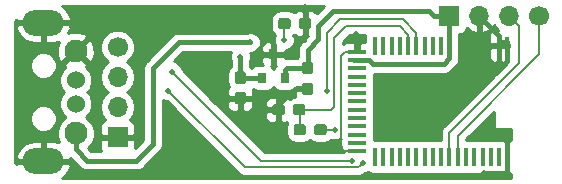
<source format=gtl>
G04 #@! TF.GenerationSoftware,KiCad,Pcbnew,(5.0.1)-3*
G04 #@! TF.CreationDate,2018-12-01T20:49:26+09:00*
G04 #@! TF.ProjectId,comet46,636F6D657434362E6B696361645F7063,rev?*
G04 #@! TF.SameCoordinates,PX2faf080PY2faf080*
G04 #@! TF.FileFunction,Copper,L1,Top,Signal*
G04 #@! TF.FilePolarity,Positive*
%FSLAX46Y46*%
G04 Gerber Fmt 4.6, Leading zero omitted, Abs format (unit mm)*
G04 Created by KiCad (PCBNEW (5.0.1)-3) date 2018/12/01 20:49:26*
%MOMM*%
%LPD*%
G01*
G04 APERTURE LIST*
G04 #@! TA.AperFunction,ComponentPad*
%ADD10R,1.700000X1.700000*%
G04 #@! TD*
G04 #@! TA.AperFunction,ComponentPad*
%ADD11O,1.700000X1.700000*%
G04 #@! TD*
G04 #@! TA.AperFunction,ComponentPad*
%ADD12C,1.700000*%
G04 #@! TD*
G04 #@! TA.AperFunction,SMDPad,CuDef*
%ADD13R,0.800000X0.900000*%
G04 #@! TD*
G04 #@! TA.AperFunction,SMDPad,CuDef*
%ADD14R,1.600000X0.400000*%
G04 #@! TD*
G04 #@! TA.AperFunction,SMDPad,CuDef*
%ADD15R,0.400000X1.600000*%
G04 #@! TD*
G04 #@! TA.AperFunction,Conductor*
%ADD16C,0.100000*%
G04 #@! TD*
G04 #@! TA.AperFunction,SMDPad,CuDef*
%ADD17C,0.950000*%
G04 #@! TD*
G04 #@! TA.AperFunction,ComponentPad*
%ADD18C,1.530000*%
G04 #@! TD*
G04 #@! TA.AperFunction,ComponentPad*
%ADD19C,1.930000*%
G04 #@! TD*
G04 #@! TA.AperFunction,ComponentPad*
%ADD20O,3.500000X2.200000*%
G04 #@! TD*
G04 #@! TA.AperFunction,ViaPad*
%ADD21C,0.500000*%
G04 #@! TD*
G04 #@! TA.AperFunction,Conductor*
%ADD22C,0.200000*%
G04 #@! TD*
G04 #@! TA.AperFunction,Conductor*
%ADD23C,0.400000*%
G04 #@! TD*
G04 #@! TA.AperFunction,Conductor*
%ADD24C,0.254000*%
G04 #@! TD*
G04 APERTURE END LIST*
D10*
G04 #@! TO.P,J2,1*
G04 #@! TO.N,+3V3*
X37480000Y-1600000D03*
D11*
G04 #@! TO.P,J2,2*
G04 #@! TO.N,GND*
X40020000Y-1600000D03*
G04 #@! TO.P,J2,3*
G04 #@! TO.N,/SWDIO*
X42560000Y-1600000D03*
D12*
G04 #@! TO.P,J2,4*
G04 #@! TO.N,/SWDCLK*
X45100000Y-1600000D03*
G04 #@! TD*
D13*
G04 #@! TO.P,U3,3*
G04 #@! TO.N,GND*
X22600000Y-4800000D03*
G04 #@! TO.P,U3,2*
G04 #@! TO.N,+3V3*
X23550000Y-6800000D03*
G04 #@! TO.P,U3,1*
G04 #@! TO.N,VCC*
X21650000Y-6800000D03*
G04 #@! TD*
D14*
G04 #@! TO.P,U1,15*
G04 #@! TO.N,Net-(U1-Pad15)*
X29700000Y-6000000D03*
D15*
G04 #@! TO.P,U1,1*
G04 #@! TO.N,GND*
X42400000Y-4100000D03*
G04 #@! TO.P,U1,2*
X41700000Y-4100000D03*
G04 #@! TO.P,U1,3*
G04 #@! TO.N,+3V3*
X37500000Y-4100000D03*
G04 #@! TO.P,U1,4*
G04 #@! TO.N,Net-(U1-Pad4)*
X36800000Y-4100000D03*
G04 #@! TO.P,U1,5*
G04 #@! TO.N,Net-(U1-Pad5)*
X36100000Y-4100000D03*
G04 #@! TO.P,U1,6*
G04 #@! TO.N,Net-(U1-Pad6)*
X35400000Y-4100000D03*
G04 #@! TO.P,U1,7*
G04 #@! TO.N,/RXI*
X34700000Y-4100000D03*
G04 #@! TO.P,U1,8*
G04 #@! TO.N,/TXO_DIV*
X34000000Y-4100000D03*
G04 #@! TO.P,U1,9*
G04 #@! TO.N,Net-(U1-Pad9)*
X33300000Y-4100000D03*
G04 #@! TO.P,U1,10*
G04 #@! TO.N,Net-(U1-Pad10)*
X32600000Y-4100000D03*
G04 #@! TO.P,U1,11*
G04 #@! TO.N,Net-(U1-Pad11)*
X31900000Y-4100000D03*
G04 #@! TO.P,U1,12*
G04 #@! TO.N,Net-(U1-Pad12)*
X31200000Y-4100000D03*
D14*
G04 #@! TO.P,U1,13*
G04 #@! TO.N,GND*
X29700000Y-4600000D03*
G04 #@! TO.P,U1,14*
G04 #@! TO.N,+3V3*
X29700000Y-5300000D03*
G04 #@! TO.P,U1,16*
G04 #@! TO.N,Net-(U1-Pad16)*
X29700000Y-6700000D03*
G04 #@! TO.P,U1,17*
G04 #@! TO.N,Net-(U1-Pad17)*
X29700000Y-7400000D03*
G04 #@! TO.P,U1,18*
G04 #@! TO.N,Net-(U1-Pad18)*
X29700000Y-8100000D03*
G04 #@! TO.P,U1,19*
G04 #@! TO.N,Net-(U1-Pad19)*
X29700000Y-8800000D03*
G04 #@! TO.P,U1,20*
G04 #@! TO.N,Net-(U1-Pad20)*
X29700000Y-9500000D03*
G04 #@! TO.P,U1,21*
G04 #@! TO.N,Net-(U1-Pad21)*
X29700000Y-10200000D03*
G04 #@! TO.P,U1,22*
G04 #@! TO.N,Net-(U1-Pad22)*
X29700000Y-10900000D03*
G04 #@! TO.P,U1,23*
G04 #@! TO.N,Net-(U1-Pad23)*
X29700000Y-11600000D03*
G04 #@! TO.P,U1,24*
G04 #@! TO.N,Net-(U1-Pad24)*
X29700000Y-12300000D03*
G04 #@! TO.P,U1,25*
G04 #@! TO.N,GND*
X29700000Y-13000000D03*
D15*
G04 #@! TO.P,U1,26*
G04 #@! TO.N,Net-(U1-Pad26)*
X31200000Y-13500000D03*
G04 #@! TO.P,U1,27*
G04 #@! TO.N,Net-(U1-Pad27)*
X31900000Y-13500000D03*
G04 #@! TO.P,U1,28*
G04 #@! TO.N,Net-(U1-Pad28)*
X32600000Y-13500000D03*
G04 #@! TO.P,U1,29*
G04 #@! TO.N,Net-(U1-Pad29)*
X33300000Y-13500000D03*
G04 #@! TO.P,U1,30*
G04 #@! TO.N,Net-(U1-Pad30)*
X34000000Y-13500000D03*
G04 #@! TO.P,U1,31*
G04 #@! TO.N,Net-(U1-Pad31)*
X34700000Y-13500000D03*
G04 #@! TO.P,U1,32*
G04 #@! TO.N,Net-(U1-Pad32)*
X35400000Y-13500000D03*
G04 #@! TO.P,U1,33*
G04 #@! TO.N,Net-(U1-Pad33)*
X36100000Y-13500000D03*
G04 #@! TO.P,U1,34*
G04 #@! TO.N,Net-(U1-Pad34)*
X36800000Y-13500000D03*
G04 #@! TO.P,U1,35*
G04 #@! TO.N,/SWDIO*
X37500000Y-13500000D03*
G04 #@! TO.P,U1,36*
G04 #@! TO.N,/SWDCLK*
X38200000Y-13500000D03*
G04 #@! TO.P,U1,37*
G04 #@! TO.N,Net-(U1-Pad37)*
X38900000Y-13500000D03*
G04 #@! TO.P,U1,38*
G04 #@! TO.N,Net-(U1-Pad38)*
X39600000Y-13500000D03*
G04 #@! TO.P,U1,39*
G04 #@! TO.N,Net-(U1-Pad39)*
X40300000Y-13500000D03*
G04 #@! TO.P,U1,40*
G04 #@! TO.N,Net-(U1-Pad40)*
X41000000Y-13500000D03*
G04 #@! TO.P,U1,41*
G04 #@! TO.N,Net-(U1-Pad41)*
X41700000Y-13500000D03*
G04 #@! TO.P,U1,42*
G04 #@! TO.N,GND*
X42400000Y-13500000D03*
G04 #@! TD*
D16*
G04 #@! TO.N,/TXO*
G04 #@! TO.C,R2*
G36*
X26885779Y-10726144D02*
X26908834Y-10729563D01*
X26931443Y-10735227D01*
X26953387Y-10743079D01*
X26974457Y-10753044D01*
X26994448Y-10765026D01*
X27013168Y-10778910D01*
X27030438Y-10794562D01*
X27046090Y-10811832D01*
X27059974Y-10830552D01*
X27071956Y-10850543D01*
X27081921Y-10871613D01*
X27089773Y-10893557D01*
X27095437Y-10916166D01*
X27098856Y-10939221D01*
X27100000Y-10962500D01*
X27100000Y-11437500D01*
X27098856Y-11460779D01*
X27095437Y-11483834D01*
X27089773Y-11506443D01*
X27081921Y-11528387D01*
X27071956Y-11549457D01*
X27059974Y-11569448D01*
X27046090Y-11588168D01*
X27030438Y-11605438D01*
X27013168Y-11621090D01*
X26994448Y-11634974D01*
X26974457Y-11646956D01*
X26953387Y-11656921D01*
X26931443Y-11664773D01*
X26908834Y-11670437D01*
X26885779Y-11673856D01*
X26862500Y-11675000D01*
X26287500Y-11675000D01*
X26264221Y-11673856D01*
X26241166Y-11670437D01*
X26218557Y-11664773D01*
X26196613Y-11656921D01*
X26175543Y-11646956D01*
X26155552Y-11634974D01*
X26136832Y-11621090D01*
X26119562Y-11605438D01*
X26103910Y-11588168D01*
X26090026Y-11569448D01*
X26078044Y-11549457D01*
X26068079Y-11528387D01*
X26060227Y-11506443D01*
X26054563Y-11483834D01*
X26051144Y-11460779D01*
X26050000Y-11437500D01*
X26050000Y-10962500D01*
X26051144Y-10939221D01*
X26054563Y-10916166D01*
X26060227Y-10893557D01*
X26068079Y-10871613D01*
X26078044Y-10850543D01*
X26090026Y-10830552D01*
X26103910Y-10811832D01*
X26119562Y-10794562D01*
X26136832Y-10778910D01*
X26155552Y-10765026D01*
X26175543Y-10753044D01*
X26196613Y-10743079D01*
X26218557Y-10735227D01*
X26241166Y-10729563D01*
X26264221Y-10726144D01*
X26287500Y-10725000D01*
X26862500Y-10725000D01*
X26885779Y-10726144D01*
X26885779Y-10726144D01*
G37*
D17*
G04 #@! TD*
G04 #@! TO.P,R2,2*
G04 #@! TO.N,/TXO*
X26575000Y-11200000D03*
D16*
G04 #@! TO.N,/TXO_DIV*
G04 #@! TO.C,R2*
G36*
X25135779Y-10726144D02*
X25158834Y-10729563D01*
X25181443Y-10735227D01*
X25203387Y-10743079D01*
X25224457Y-10753044D01*
X25244448Y-10765026D01*
X25263168Y-10778910D01*
X25280438Y-10794562D01*
X25296090Y-10811832D01*
X25309974Y-10830552D01*
X25321956Y-10850543D01*
X25331921Y-10871613D01*
X25339773Y-10893557D01*
X25345437Y-10916166D01*
X25348856Y-10939221D01*
X25350000Y-10962500D01*
X25350000Y-11437500D01*
X25348856Y-11460779D01*
X25345437Y-11483834D01*
X25339773Y-11506443D01*
X25331921Y-11528387D01*
X25321956Y-11549457D01*
X25309974Y-11569448D01*
X25296090Y-11588168D01*
X25280438Y-11605438D01*
X25263168Y-11621090D01*
X25244448Y-11634974D01*
X25224457Y-11646956D01*
X25203387Y-11656921D01*
X25181443Y-11664773D01*
X25158834Y-11670437D01*
X25135779Y-11673856D01*
X25112500Y-11675000D01*
X24537500Y-11675000D01*
X24514221Y-11673856D01*
X24491166Y-11670437D01*
X24468557Y-11664773D01*
X24446613Y-11656921D01*
X24425543Y-11646956D01*
X24405552Y-11634974D01*
X24386832Y-11621090D01*
X24369562Y-11605438D01*
X24353910Y-11588168D01*
X24340026Y-11569448D01*
X24328044Y-11549457D01*
X24318079Y-11528387D01*
X24310227Y-11506443D01*
X24304563Y-11483834D01*
X24301144Y-11460779D01*
X24300000Y-11437500D01*
X24300000Y-10962500D01*
X24301144Y-10939221D01*
X24304563Y-10916166D01*
X24310227Y-10893557D01*
X24318079Y-10871613D01*
X24328044Y-10850543D01*
X24340026Y-10830552D01*
X24353910Y-10811832D01*
X24369562Y-10794562D01*
X24386832Y-10778910D01*
X24405552Y-10765026D01*
X24425543Y-10753044D01*
X24446613Y-10743079D01*
X24468557Y-10735227D01*
X24491166Y-10729563D01*
X24514221Y-10726144D01*
X24537500Y-10725000D01*
X25112500Y-10725000D01*
X25135779Y-10726144D01*
X25135779Y-10726144D01*
G37*
D17*
G04 #@! TD*
G04 #@! TO.P,R2,1*
G04 #@! TO.N,/TXO_DIV*
X24825000Y-11200000D03*
D16*
G04 #@! TO.N,Net-(C3-Pad1)*
G04 #@! TO.C,C3*
G36*
X23835779Y-1726144D02*
X23858834Y-1729563D01*
X23881443Y-1735227D01*
X23903387Y-1743079D01*
X23924457Y-1753044D01*
X23944448Y-1765026D01*
X23963168Y-1778910D01*
X23980438Y-1794562D01*
X23996090Y-1811832D01*
X24009974Y-1830552D01*
X24021956Y-1850543D01*
X24031921Y-1871613D01*
X24039773Y-1893557D01*
X24045437Y-1916166D01*
X24048856Y-1939221D01*
X24050000Y-1962500D01*
X24050000Y-2437500D01*
X24048856Y-2460779D01*
X24045437Y-2483834D01*
X24039773Y-2506443D01*
X24031921Y-2528387D01*
X24021956Y-2549457D01*
X24009974Y-2569448D01*
X23996090Y-2588168D01*
X23980438Y-2605438D01*
X23963168Y-2621090D01*
X23944448Y-2634974D01*
X23924457Y-2646956D01*
X23903387Y-2656921D01*
X23881443Y-2664773D01*
X23858834Y-2670437D01*
X23835779Y-2673856D01*
X23812500Y-2675000D01*
X23237500Y-2675000D01*
X23214221Y-2673856D01*
X23191166Y-2670437D01*
X23168557Y-2664773D01*
X23146613Y-2656921D01*
X23125543Y-2646956D01*
X23105552Y-2634974D01*
X23086832Y-2621090D01*
X23069562Y-2605438D01*
X23053910Y-2588168D01*
X23040026Y-2569448D01*
X23028044Y-2549457D01*
X23018079Y-2528387D01*
X23010227Y-2506443D01*
X23004563Y-2483834D01*
X23001144Y-2460779D01*
X23000000Y-2437500D01*
X23000000Y-1962500D01*
X23001144Y-1939221D01*
X23004563Y-1916166D01*
X23010227Y-1893557D01*
X23018079Y-1871613D01*
X23028044Y-1850543D01*
X23040026Y-1830552D01*
X23053910Y-1811832D01*
X23069562Y-1794562D01*
X23086832Y-1778910D01*
X23105552Y-1765026D01*
X23125543Y-1753044D01*
X23146613Y-1743079D01*
X23168557Y-1735227D01*
X23191166Y-1729563D01*
X23214221Y-1726144D01*
X23237500Y-1725000D01*
X23812500Y-1725000D01*
X23835779Y-1726144D01*
X23835779Y-1726144D01*
G37*
D17*
G04 #@! TD*
G04 #@! TO.P,C3,1*
G04 #@! TO.N,Net-(C3-Pad1)*
X23525000Y-2200000D03*
D16*
G04 #@! TO.N,GND*
G04 #@! TO.C,C3*
G36*
X25585779Y-1726144D02*
X25608834Y-1729563D01*
X25631443Y-1735227D01*
X25653387Y-1743079D01*
X25674457Y-1753044D01*
X25694448Y-1765026D01*
X25713168Y-1778910D01*
X25730438Y-1794562D01*
X25746090Y-1811832D01*
X25759974Y-1830552D01*
X25771956Y-1850543D01*
X25781921Y-1871613D01*
X25789773Y-1893557D01*
X25795437Y-1916166D01*
X25798856Y-1939221D01*
X25800000Y-1962500D01*
X25800000Y-2437500D01*
X25798856Y-2460779D01*
X25795437Y-2483834D01*
X25789773Y-2506443D01*
X25781921Y-2528387D01*
X25771956Y-2549457D01*
X25759974Y-2569448D01*
X25746090Y-2588168D01*
X25730438Y-2605438D01*
X25713168Y-2621090D01*
X25694448Y-2634974D01*
X25674457Y-2646956D01*
X25653387Y-2656921D01*
X25631443Y-2664773D01*
X25608834Y-2670437D01*
X25585779Y-2673856D01*
X25562500Y-2675000D01*
X24987500Y-2675000D01*
X24964221Y-2673856D01*
X24941166Y-2670437D01*
X24918557Y-2664773D01*
X24896613Y-2656921D01*
X24875543Y-2646956D01*
X24855552Y-2634974D01*
X24836832Y-2621090D01*
X24819562Y-2605438D01*
X24803910Y-2588168D01*
X24790026Y-2569448D01*
X24778044Y-2549457D01*
X24768079Y-2528387D01*
X24760227Y-2506443D01*
X24754563Y-2483834D01*
X24751144Y-2460779D01*
X24750000Y-2437500D01*
X24750000Y-1962500D01*
X24751144Y-1939221D01*
X24754563Y-1916166D01*
X24760227Y-1893557D01*
X24768079Y-1871613D01*
X24778044Y-1850543D01*
X24790026Y-1830552D01*
X24803910Y-1811832D01*
X24819562Y-1794562D01*
X24836832Y-1778910D01*
X24855552Y-1765026D01*
X24875543Y-1753044D01*
X24896613Y-1743079D01*
X24918557Y-1735227D01*
X24941166Y-1729563D01*
X24964221Y-1726144D01*
X24987500Y-1725000D01*
X25562500Y-1725000D01*
X25585779Y-1726144D01*
X25585779Y-1726144D01*
G37*
D17*
G04 #@! TD*
G04 #@! TO.P,C3,2*
G04 #@! TO.N,GND*
X25275000Y-2200000D03*
D16*
G04 #@! TO.N,GND*
G04 #@! TO.C,C4*
G36*
X20060779Y-8001144D02*
X20083834Y-8004563D01*
X20106443Y-8010227D01*
X20128387Y-8018079D01*
X20149457Y-8028044D01*
X20169448Y-8040026D01*
X20188168Y-8053910D01*
X20205438Y-8069562D01*
X20221090Y-8086832D01*
X20234974Y-8105552D01*
X20246956Y-8125543D01*
X20256921Y-8146613D01*
X20264773Y-8168557D01*
X20270437Y-8191166D01*
X20273856Y-8214221D01*
X20275000Y-8237500D01*
X20275000Y-8812500D01*
X20273856Y-8835779D01*
X20270437Y-8858834D01*
X20264773Y-8881443D01*
X20256921Y-8903387D01*
X20246956Y-8924457D01*
X20234974Y-8944448D01*
X20221090Y-8963168D01*
X20205438Y-8980438D01*
X20188168Y-8996090D01*
X20169448Y-9009974D01*
X20149457Y-9021956D01*
X20128387Y-9031921D01*
X20106443Y-9039773D01*
X20083834Y-9045437D01*
X20060779Y-9048856D01*
X20037500Y-9050000D01*
X19562500Y-9050000D01*
X19539221Y-9048856D01*
X19516166Y-9045437D01*
X19493557Y-9039773D01*
X19471613Y-9031921D01*
X19450543Y-9021956D01*
X19430552Y-9009974D01*
X19411832Y-8996090D01*
X19394562Y-8980438D01*
X19378910Y-8963168D01*
X19365026Y-8944448D01*
X19353044Y-8924457D01*
X19343079Y-8903387D01*
X19335227Y-8881443D01*
X19329563Y-8858834D01*
X19326144Y-8835779D01*
X19325000Y-8812500D01*
X19325000Y-8237500D01*
X19326144Y-8214221D01*
X19329563Y-8191166D01*
X19335227Y-8168557D01*
X19343079Y-8146613D01*
X19353044Y-8125543D01*
X19365026Y-8105552D01*
X19378910Y-8086832D01*
X19394562Y-8069562D01*
X19411832Y-8053910D01*
X19430552Y-8040026D01*
X19450543Y-8028044D01*
X19471613Y-8018079D01*
X19493557Y-8010227D01*
X19516166Y-8004563D01*
X19539221Y-8001144D01*
X19562500Y-8000000D01*
X20037500Y-8000000D01*
X20060779Y-8001144D01*
X20060779Y-8001144D01*
G37*
D17*
G04 #@! TD*
G04 #@! TO.P,C4,1*
G04 #@! TO.N,GND*
X19800000Y-8525000D03*
D16*
G04 #@! TO.N,VCC*
G04 #@! TO.C,C4*
G36*
X20060779Y-6251144D02*
X20083834Y-6254563D01*
X20106443Y-6260227D01*
X20128387Y-6268079D01*
X20149457Y-6278044D01*
X20169448Y-6290026D01*
X20188168Y-6303910D01*
X20205438Y-6319562D01*
X20221090Y-6336832D01*
X20234974Y-6355552D01*
X20246956Y-6375543D01*
X20256921Y-6396613D01*
X20264773Y-6418557D01*
X20270437Y-6441166D01*
X20273856Y-6464221D01*
X20275000Y-6487500D01*
X20275000Y-7062500D01*
X20273856Y-7085779D01*
X20270437Y-7108834D01*
X20264773Y-7131443D01*
X20256921Y-7153387D01*
X20246956Y-7174457D01*
X20234974Y-7194448D01*
X20221090Y-7213168D01*
X20205438Y-7230438D01*
X20188168Y-7246090D01*
X20169448Y-7259974D01*
X20149457Y-7271956D01*
X20128387Y-7281921D01*
X20106443Y-7289773D01*
X20083834Y-7295437D01*
X20060779Y-7298856D01*
X20037500Y-7300000D01*
X19562500Y-7300000D01*
X19539221Y-7298856D01*
X19516166Y-7295437D01*
X19493557Y-7289773D01*
X19471613Y-7281921D01*
X19450543Y-7271956D01*
X19430552Y-7259974D01*
X19411832Y-7246090D01*
X19394562Y-7230438D01*
X19378910Y-7213168D01*
X19365026Y-7194448D01*
X19353044Y-7174457D01*
X19343079Y-7153387D01*
X19335227Y-7131443D01*
X19329563Y-7108834D01*
X19326144Y-7085779D01*
X19325000Y-7062500D01*
X19325000Y-6487500D01*
X19326144Y-6464221D01*
X19329563Y-6441166D01*
X19335227Y-6418557D01*
X19343079Y-6396613D01*
X19353044Y-6375543D01*
X19365026Y-6355552D01*
X19378910Y-6336832D01*
X19394562Y-6319562D01*
X19411832Y-6303910D01*
X19430552Y-6290026D01*
X19450543Y-6278044D01*
X19471613Y-6268079D01*
X19493557Y-6260227D01*
X19516166Y-6254563D01*
X19539221Y-6251144D01*
X19562500Y-6250000D01*
X20037500Y-6250000D01*
X20060779Y-6251144D01*
X20060779Y-6251144D01*
G37*
D17*
G04 #@! TD*
G04 #@! TO.P,C4,2*
G04 #@! TO.N,VCC*
X19800000Y-6775000D03*
D16*
G04 #@! TO.N,GND*
G04 #@! TO.C,C5*
G36*
X25760779Y-7201144D02*
X25783834Y-7204563D01*
X25806443Y-7210227D01*
X25828387Y-7218079D01*
X25849457Y-7228044D01*
X25869448Y-7240026D01*
X25888168Y-7253910D01*
X25905438Y-7269562D01*
X25921090Y-7286832D01*
X25934974Y-7305552D01*
X25946956Y-7325543D01*
X25956921Y-7346613D01*
X25964773Y-7368557D01*
X25970437Y-7391166D01*
X25973856Y-7414221D01*
X25975000Y-7437500D01*
X25975000Y-8012500D01*
X25973856Y-8035779D01*
X25970437Y-8058834D01*
X25964773Y-8081443D01*
X25956921Y-8103387D01*
X25946956Y-8124457D01*
X25934974Y-8144448D01*
X25921090Y-8163168D01*
X25905438Y-8180438D01*
X25888168Y-8196090D01*
X25869448Y-8209974D01*
X25849457Y-8221956D01*
X25828387Y-8231921D01*
X25806443Y-8239773D01*
X25783834Y-8245437D01*
X25760779Y-8248856D01*
X25737500Y-8250000D01*
X25262500Y-8250000D01*
X25239221Y-8248856D01*
X25216166Y-8245437D01*
X25193557Y-8239773D01*
X25171613Y-8231921D01*
X25150543Y-8221956D01*
X25130552Y-8209974D01*
X25111832Y-8196090D01*
X25094562Y-8180438D01*
X25078910Y-8163168D01*
X25065026Y-8144448D01*
X25053044Y-8124457D01*
X25043079Y-8103387D01*
X25035227Y-8081443D01*
X25029563Y-8058834D01*
X25026144Y-8035779D01*
X25025000Y-8012500D01*
X25025000Y-7437500D01*
X25026144Y-7414221D01*
X25029563Y-7391166D01*
X25035227Y-7368557D01*
X25043079Y-7346613D01*
X25053044Y-7325543D01*
X25065026Y-7305552D01*
X25078910Y-7286832D01*
X25094562Y-7269562D01*
X25111832Y-7253910D01*
X25130552Y-7240026D01*
X25150543Y-7228044D01*
X25171613Y-7218079D01*
X25193557Y-7210227D01*
X25216166Y-7204563D01*
X25239221Y-7201144D01*
X25262500Y-7200000D01*
X25737500Y-7200000D01*
X25760779Y-7201144D01*
X25760779Y-7201144D01*
G37*
D17*
G04 #@! TD*
G04 #@! TO.P,C5,1*
G04 #@! TO.N,GND*
X25500000Y-7725000D03*
D16*
G04 #@! TO.N,+3V3*
G04 #@! TO.C,C5*
G36*
X25760779Y-5451144D02*
X25783834Y-5454563D01*
X25806443Y-5460227D01*
X25828387Y-5468079D01*
X25849457Y-5478044D01*
X25869448Y-5490026D01*
X25888168Y-5503910D01*
X25905438Y-5519562D01*
X25921090Y-5536832D01*
X25934974Y-5555552D01*
X25946956Y-5575543D01*
X25956921Y-5596613D01*
X25964773Y-5618557D01*
X25970437Y-5641166D01*
X25973856Y-5664221D01*
X25975000Y-5687500D01*
X25975000Y-6262500D01*
X25973856Y-6285779D01*
X25970437Y-6308834D01*
X25964773Y-6331443D01*
X25956921Y-6353387D01*
X25946956Y-6374457D01*
X25934974Y-6394448D01*
X25921090Y-6413168D01*
X25905438Y-6430438D01*
X25888168Y-6446090D01*
X25869448Y-6459974D01*
X25849457Y-6471956D01*
X25828387Y-6481921D01*
X25806443Y-6489773D01*
X25783834Y-6495437D01*
X25760779Y-6498856D01*
X25737500Y-6500000D01*
X25262500Y-6500000D01*
X25239221Y-6498856D01*
X25216166Y-6495437D01*
X25193557Y-6489773D01*
X25171613Y-6481921D01*
X25150543Y-6471956D01*
X25130552Y-6459974D01*
X25111832Y-6446090D01*
X25094562Y-6430438D01*
X25078910Y-6413168D01*
X25065026Y-6394448D01*
X25053044Y-6374457D01*
X25043079Y-6353387D01*
X25035227Y-6331443D01*
X25029563Y-6308834D01*
X25026144Y-6285779D01*
X25025000Y-6262500D01*
X25025000Y-5687500D01*
X25026144Y-5664221D01*
X25029563Y-5641166D01*
X25035227Y-5618557D01*
X25043079Y-5596613D01*
X25053044Y-5575543D01*
X25065026Y-5555552D01*
X25078910Y-5536832D01*
X25094562Y-5519562D01*
X25111832Y-5503910D01*
X25130552Y-5490026D01*
X25150543Y-5478044D01*
X25171613Y-5468079D01*
X25193557Y-5460227D01*
X25216166Y-5454563D01*
X25239221Y-5451144D01*
X25262500Y-5450000D01*
X25737500Y-5450000D01*
X25760779Y-5451144D01*
X25760779Y-5451144D01*
G37*
D17*
G04 #@! TD*
G04 #@! TO.P,C5,2*
G04 #@! TO.N,+3V3*
X25500000Y-5975000D03*
D10*
G04 #@! TO.P,J3,1*
G04 #@! TO.N,GND*
X9400000Y-11820000D03*
D11*
G04 #@! TO.P,J3,2*
G04 #@! TO.N,VCC*
X9400000Y-9280000D03*
G04 #@! TO.P,J3,3*
G04 #@! TO.N,/SCL*
X9400000Y-6740000D03*
D12*
G04 #@! TO.P,J3,4*
G04 #@! TO.N,/SDA*
X9400000Y-4200000D03*
G04 #@! TD*
D18*
G04 #@! TO.P,J1,2*
G04 #@! TO.N,Net-(J1-Pad2)*
X5850000Y-9000000D03*
G04 #@! TO.P,J1,3*
G04 #@! TO.N,Net-(J1-Pad3)*
X5850000Y-7000000D03*
D19*
G04 #@! TO.P,J1,1*
G04 #@! TO.N,/UVCC*
X5850000Y-11500000D03*
G04 #@! TO.P,J1,4*
G04 #@! TO.N,GND*
X5850000Y-4500000D03*
D20*
G04 #@! TO.P,J1,5*
X3100000Y-13850000D03*
X3100000Y-2150000D03*
G04 #@! TD*
D16*
G04 #@! TO.N,/TXO_DIV*
G04 #@! TO.C,R3*
G36*
X25085779Y-9026144D02*
X25108834Y-9029563D01*
X25131443Y-9035227D01*
X25153387Y-9043079D01*
X25174457Y-9053044D01*
X25194448Y-9065026D01*
X25213168Y-9078910D01*
X25230438Y-9094562D01*
X25246090Y-9111832D01*
X25259974Y-9130552D01*
X25271956Y-9150543D01*
X25281921Y-9171613D01*
X25289773Y-9193557D01*
X25295437Y-9216166D01*
X25298856Y-9239221D01*
X25300000Y-9262500D01*
X25300000Y-9737500D01*
X25298856Y-9760779D01*
X25295437Y-9783834D01*
X25289773Y-9806443D01*
X25281921Y-9828387D01*
X25271956Y-9849457D01*
X25259974Y-9869448D01*
X25246090Y-9888168D01*
X25230438Y-9905438D01*
X25213168Y-9921090D01*
X25194448Y-9934974D01*
X25174457Y-9946956D01*
X25153387Y-9956921D01*
X25131443Y-9964773D01*
X25108834Y-9970437D01*
X25085779Y-9973856D01*
X25062500Y-9975000D01*
X24487500Y-9975000D01*
X24464221Y-9973856D01*
X24441166Y-9970437D01*
X24418557Y-9964773D01*
X24396613Y-9956921D01*
X24375543Y-9946956D01*
X24355552Y-9934974D01*
X24336832Y-9921090D01*
X24319562Y-9905438D01*
X24303910Y-9888168D01*
X24290026Y-9869448D01*
X24278044Y-9849457D01*
X24268079Y-9828387D01*
X24260227Y-9806443D01*
X24254563Y-9783834D01*
X24251144Y-9760779D01*
X24250000Y-9737500D01*
X24250000Y-9262500D01*
X24251144Y-9239221D01*
X24254563Y-9216166D01*
X24260227Y-9193557D01*
X24268079Y-9171613D01*
X24278044Y-9150543D01*
X24290026Y-9130552D01*
X24303910Y-9111832D01*
X24319562Y-9094562D01*
X24336832Y-9078910D01*
X24355552Y-9065026D01*
X24375543Y-9053044D01*
X24396613Y-9043079D01*
X24418557Y-9035227D01*
X24441166Y-9029563D01*
X24464221Y-9026144D01*
X24487500Y-9025000D01*
X25062500Y-9025000D01*
X25085779Y-9026144D01*
X25085779Y-9026144D01*
G37*
D17*
G04 #@! TD*
G04 #@! TO.P,R3,1*
G04 #@! TO.N,/TXO_DIV*
X24775000Y-9500000D03*
D16*
G04 #@! TO.N,GND*
G04 #@! TO.C,R3*
G36*
X23335779Y-9026144D02*
X23358834Y-9029563D01*
X23381443Y-9035227D01*
X23403387Y-9043079D01*
X23424457Y-9053044D01*
X23444448Y-9065026D01*
X23463168Y-9078910D01*
X23480438Y-9094562D01*
X23496090Y-9111832D01*
X23509974Y-9130552D01*
X23521956Y-9150543D01*
X23531921Y-9171613D01*
X23539773Y-9193557D01*
X23545437Y-9216166D01*
X23548856Y-9239221D01*
X23550000Y-9262500D01*
X23550000Y-9737500D01*
X23548856Y-9760779D01*
X23545437Y-9783834D01*
X23539773Y-9806443D01*
X23531921Y-9828387D01*
X23521956Y-9849457D01*
X23509974Y-9869448D01*
X23496090Y-9888168D01*
X23480438Y-9905438D01*
X23463168Y-9921090D01*
X23444448Y-9934974D01*
X23424457Y-9946956D01*
X23403387Y-9956921D01*
X23381443Y-9964773D01*
X23358834Y-9970437D01*
X23335779Y-9973856D01*
X23312500Y-9975000D01*
X22737500Y-9975000D01*
X22714221Y-9973856D01*
X22691166Y-9970437D01*
X22668557Y-9964773D01*
X22646613Y-9956921D01*
X22625543Y-9946956D01*
X22605552Y-9934974D01*
X22586832Y-9921090D01*
X22569562Y-9905438D01*
X22553910Y-9888168D01*
X22540026Y-9869448D01*
X22528044Y-9849457D01*
X22518079Y-9828387D01*
X22510227Y-9806443D01*
X22504563Y-9783834D01*
X22501144Y-9760779D01*
X22500000Y-9737500D01*
X22500000Y-9262500D01*
X22501144Y-9239221D01*
X22504563Y-9216166D01*
X22510227Y-9193557D01*
X22518079Y-9171613D01*
X22528044Y-9150543D01*
X22540026Y-9130552D01*
X22553910Y-9111832D01*
X22569562Y-9094562D01*
X22586832Y-9078910D01*
X22605552Y-9065026D01*
X22625543Y-9053044D01*
X22646613Y-9043079D01*
X22668557Y-9035227D01*
X22691166Y-9029563D01*
X22714221Y-9026144D01*
X22737500Y-9025000D01*
X23312500Y-9025000D01*
X23335779Y-9026144D01*
X23335779Y-9026144D01*
G37*
D17*
G04 #@! TD*
G04 #@! TO.P,R3,2*
G04 #@! TO.N,GND*
X23025000Y-9500000D03*
D21*
G04 #@! TO.N,GND*
X27500000Y-12300000D03*
X14000000Y-15100000D03*
X14000000Y-15100000D03*
X14000000Y-10700000D03*
X25300000Y-800000D03*
X40450000Y-14900000D03*
X40500000Y-11200000D03*
X32200000Y-8200000D03*
X17800000Y-13875000D03*
X32400000Y-11600000D03*
X39800000Y-5600004D03*
X25200114Y-3600000D03*
X29600022Y-3049978D03*
X19800000Y-9600000D03*
G04 #@! TO.N,VCC*
X19800006Y-5000000D03*
G04 #@! TO.N,/TXO*
X27800000Y-11200000D03*
G04 #@! TO.N,/RXI*
X27100000Y-7950000D03*
G04 #@! TO.N,/SCL*
X13700000Y-7900000D03*
X30150000Y-14000000D03*
G04 #@! TO.N,/SDA*
X29250000Y-13799990D03*
X14050000Y-6300000D03*
G04 #@! TO.N,/UVCC*
X20650000Y-3800000D03*
G04 #@! TO.N,Net-(C3-Pad1)*
X23500000Y-3600000D03*
G04 #@! TD*
D22*
G04 #@! TO.N,GND*
X27500000Y-12653553D02*
X27846447Y-13000000D01*
X27500000Y-12300000D02*
X27500000Y-12653553D01*
X27846447Y-13000000D02*
X28500000Y-13000000D01*
X28500000Y-13000000D02*
X29400000Y-13000000D01*
X14000000Y-15100000D02*
X14000000Y-10700000D01*
X25275000Y-2200000D02*
X25275000Y-825000D01*
X25275000Y-825000D02*
X25300000Y-800000D01*
D23*
X42400000Y-13800000D02*
X42400000Y-14800000D01*
X42300000Y-14900000D02*
X40450000Y-14900000D01*
X42400000Y-14800000D02*
X42300000Y-14900000D01*
X42200000Y-11200000D02*
X40500000Y-11200000D01*
X42400000Y-13800000D02*
X42400000Y-11400000D01*
X42400000Y-11400000D02*
X42200000Y-11200000D01*
X42400000Y-3800000D02*
X41700000Y-3800000D01*
X32200000Y-11400000D02*
X32400000Y-11600000D01*
X32200000Y-8200000D02*
X32200000Y-11400000D01*
X41700000Y-3280000D02*
X41700000Y-3800000D01*
X40020000Y-1600000D02*
X41700000Y-3280000D01*
X41700000Y-3800000D02*
X41700000Y-5650000D01*
X41650004Y-5600004D02*
X39800000Y-5600004D01*
X41700000Y-5650000D02*
X41650004Y-5600004D01*
D22*
X25275000Y-3525114D02*
X25200114Y-3600000D01*
X25275000Y-2200000D02*
X25275000Y-3525114D01*
X28350000Y-13000000D02*
X28500000Y-13000000D01*
X28350000Y-4950000D02*
X28350000Y-13000000D01*
X29400000Y-4600000D02*
X28700000Y-4600000D01*
X28700000Y-4600000D02*
X28350000Y-4950000D01*
D23*
X29600022Y-4399978D02*
X29600022Y-3049978D01*
X42400000Y-3800000D02*
X42400000Y-5400000D01*
D22*
X19800000Y-9100002D02*
X19800000Y-9600000D01*
X19800000Y-8525000D02*
X19800000Y-9600000D01*
D23*
X24846561Y-3600000D02*
X25200114Y-3600000D01*
X22600000Y-4800000D02*
X23646561Y-4800000D01*
X23646561Y-4800000D02*
X24846561Y-3600000D01*
X24425000Y-7725000D02*
X25500000Y-7725000D01*
X23025000Y-9500000D02*
X23025000Y-9125000D01*
X23025000Y-9125000D02*
X24425000Y-7725000D01*
G04 #@! TO.N,VCC*
X19800006Y-6774994D02*
X19800000Y-6775000D01*
X19800006Y-5000000D02*
X19800006Y-6774994D01*
X21625000Y-6775000D02*
X19800000Y-6775000D01*
X21650000Y-6800000D02*
X21625000Y-6775000D01*
D22*
G04 #@! TO.N,/SWDIO*
X43409999Y-2449999D02*
X42560000Y-1600000D01*
X43409999Y-5540001D02*
X43409999Y-2449999D01*
X37500000Y-13800000D02*
X37500000Y-11450000D01*
X37500000Y-11450000D02*
X43409999Y-5540001D01*
G04 #@! TO.N,/SWDCLK*
X45100000Y-2802081D02*
X45100000Y-1600000D01*
X45100000Y-4800000D02*
X45100000Y-2802081D01*
X38200000Y-13800000D02*
X38200000Y-11700000D01*
X38200000Y-11700000D02*
X45100000Y-4800000D01*
G04 #@! TO.N,/TXO*
X27800000Y-11200000D02*
X26575000Y-11200000D01*
G04 #@! TO.N,/RXI*
X27100000Y-7596447D02*
X27100000Y-7950000D01*
X27100000Y-3000000D02*
X27100000Y-7596447D01*
X33550000Y-1850000D02*
X28250000Y-1850000D01*
X34700000Y-3800000D02*
X34700000Y-3000000D01*
X34700000Y-3000000D02*
X33550000Y-1850000D01*
X28250000Y-1850000D02*
X27100000Y-3000000D01*
G04 #@! TO.N,/TXO_DIV*
X24775000Y-9500000D02*
X25700000Y-9500000D01*
X25175000Y-9500000D02*
X25700000Y-9500000D01*
X24825000Y-9550000D02*
X24775000Y-9500000D01*
X24825000Y-11200000D02*
X24825000Y-9550000D01*
X34000000Y-3459998D02*
X34000000Y-3800000D01*
X34000000Y-3150000D02*
X34000000Y-3459998D01*
X27500000Y-9500000D02*
X27750000Y-9250000D01*
X25700000Y-9500000D02*
X27500000Y-9500000D01*
X27750000Y-9250000D02*
X27750000Y-3450000D01*
X27750000Y-3450000D02*
X28750000Y-2450000D01*
X28750000Y-2450000D02*
X33300000Y-2450000D01*
X33300000Y-2450000D02*
X34000000Y-3150000D01*
G04 #@! TO.N,/SCL*
X13700000Y-7900000D02*
X20149999Y-14349999D01*
X20149999Y-14349999D02*
X29800001Y-14349999D01*
X29900001Y-14249999D02*
X30150000Y-14000000D01*
X29800001Y-14349999D02*
X29900001Y-14249999D01*
G04 #@! TO.N,/SDA*
X14299999Y-6549999D02*
X14050000Y-6300000D01*
X21549990Y-13799990D02*
X14299999Y-6549999D01*
X29250000Y-13799990D02*
X21549990Y-13799990D01*
D23*
G04 #@! TO.N,/UVCC*
X5850000Y-12864716D02*
X5850000Y-11500000D01*
X14600000Y-3800000D02*
X12400000Y-6000000D01*
X20650000Y-3800000D02*
X14600000Y-3800000D01*
X12400000Y-6000000D02*
X12400000Y-12403553D01*
X12400000Y-12403553D02*
X11003553Y-13800000D01*
X11003553Y-13800000D02*
X6785284Y-13800000D01*
X6785284Y-13800000D02*
X5850000Y-12864716D01*
G04 #@! TO.N,+3V3*
X37500000Y-5120002D02*
X37500000Y-3800000D01*
X37020002Y-5600000D02*
X37500000Y-5120002D01*
X31020002Y-5600000D02*
X37020002Y-5600000D01*
X29400000Y-5300000D02*
X30720002Y-5300000D01*
X30720002Y-5300000D02*
X31020002Y-5600000D01*
X37500000Y-1620000D02*
X37480000Y-1600000D01*
X37500000Y-3800000D02*
X37500000Y-1620000D01*
X36230000Y-1600000D02*
X37480000Y-1600000D01*
X35780000Y-1150000D02*
X36230000Y-1600000D01*
X27650000Y-1150000D02*
X35780000Y-1150000D01*
X26400000Y-2400000D02*
X27650000Y-1150000D01*
X26400000Y-3550000D02*
X26400000Y-2400000D01*
X25500000Y-4450000D02*
X26400000Y-3550000D01*
X25500000Y-4450000D02*
X25500000Y-5975000D01*
X23725000Y-5975000D02*
X25500000Y-5975000D01*
X23550000Y-6800000D02*
X23550000Y-6150000D01*
X23550000Y-6150000D02*
X23725000Y-5975000D01*
D22*
G04 #@! TO.N,Net-(C3-Pad1)*
X23525000Y-3575000D02*
X23500000Y-3600000D01*
X23525000Y-2200000D02*
X23525000Y-3575000D01*
G04 #@! TD*
D24*
G04 #@! TO.N,GND*
G36*
X26296079Y-1323053D02*
X26159698Y-1186673D01*
X25926309Y-1090000D01*
X25560750Y-1090000D01*
X25402000Y-1248750D01*
X25402000Y-2073000D01*
X25422000Y-2073000D01*
X25422000Y-2327000D01*
X25402000Y-2327000D01*
X25402000Y-3151250D01*
X25509941Y-3259191D01*
X24967720Y-3801413D01*
X24897999Y-3847999D01*
X24713448Y-4124200D01*
X24665000Y-4367764D01*
X24665000Y-4367767D01*
X24648643Y-4450000D01*
X24665000Y-4532234D01*
X24665000Y-5042879D01*
X24636753Y-5061753D01*
X24584470Y-5140000D01*
X23807232Y-5140000D01*
X23724999Y-5123643D01*
X23642766Y-5140000D01*
X23642763Y-5140000D01*
X23635000Y-5141544D01*
X23635000Y-5085750D01*
X23476250Y-4927000D01*
X22727000Y-4927000D01*
X22727000Y-5726250D01*
X22788082Y-5787332D01*
X22763448Y-5824200D01*
X22758773Y-5847702D01*
X22692191Y-5892191D01*
X22600000Y-6030164D01*
X22507809Y-5892191D01*
X22387469Y-5811781D01*
X22473000Y-5726250D01*
X22473000Y-4927000D01*
X21723750Y-4927000D01*
X21565000Y-5085750D01*
X21565000Y-5376309D01*
X21661673Y-5609698D01*
X21754534Y-5702560D01*
X21250000Y-5702560D01*
X21002235Y-5751843D01*
X20792191Y-5892191D01*
X20760246Y-5940000D01*
X20715530Y-5940000D01*
X20663247Y-5861753D01*
X20635006Y-5842883D01*
X20635006Y-5296748D01*
X20685006Y-5176037D01*
X20685006Y-4823963D01*
X20627446Y-4685000D01*
X20826037Y-4685000D01*
X21151312Y-4550267D01*
X21400267Y-4301312D01*
X21432418Y-4223691D01*
X21565000Y-4223691D01*
X21565000Y-4514250D01*
X21723750Y-4673000D01*
X22473000Y-4673000D01*
X22473000Y-3873750D01*
X22314250Y-3715000D01*
X22073690Y-3715000D01*
X21840301Y-3811673D01*
X21661673Y-3990302D01*
X21565000Y-4223691D01*
X21432418Y-4223691D01*
X21535000Y-3976037D01*
X21535000Y-3623963D01*
X21400267Y-3298688D01*
X21151312Y-3049733D01*
X20826037Y-2915000D01*
X20473963Y-2915000D01*
X20353252Y-2965000D01*
X14682237Y-2965000D01*
X14600000Y-2948642D01*
X14517763Y-2965000D01*
X14274199Y-3013448D01*
X13997999Y-3197999D01*
X13951415Y-3267717D01*
X11867720Y-5351413D01*
X11797999Y-5397999D01*
X11613448Y-5674200D01*
X11565000Y-5917764D01*
X11565000Y-5917767D01*
X11548643Y-6000000D01*
X11565000Y-6082233D01*
X11565001Y-12057683D01*
X10885000Y-12737685D01*
X10885000Y-12105750D01*
X10726250Y-11947000D01*
X9527000Y-11947000D01*
X9527000Y-11967000D01*
X9273000Y-11967000D01*
X9273000Y-11947000D01*
X8073750Y-11947000D01*
X7915000Y-12105750D01*
X7915000Y-12796310D01*
X7984874Y-12965000D01*
X7131152Y-12965000D01*
X6889447Y-12723295D01*
X7206415Y-12406327D01*
X7450000Y-11818260D01*
X7450000Y-11181740D01*
X7206415Y-10593673D01*
X6756327Y-10143585D01*
X6706821Y-10123079D01*
X7036863Y-9793037D01*
X7250000Y-9278477D01*
X7250000Y-8721523D01*
X7036863Y-8206963D01*
X6829900Y-8000000D01*
X7036863Y-7793037D01*
X7250000Y-7278477D01*
X7250000Y-6740000D01*
X7885908Y-6740000D01*
X8001161Y-7319418D01*
X8329375Y-7810625D01*
X8627761Y-8010000D01*
X8329375Y-8209375D01*
X8001161Y-8700582D01*
X7885908Y-9280000D01*
X8001161Y-9859418D01*
X8329375Y-10350625D01*
X8351033Y-10365096D01*
X8190302Y-10431673D01*
X8011673Y-10610301D01*
X7915000Y-10843690D01*
X7915000Y-11534250D01*
X8073750Y-11693000D01*
X9273000Y-11693000D01*
X9273000Y-11673000D01*
X9527000Y-11673000D01*
X9527000Y-11693000D01*
X10726250Y-11693000D01*
X10885000Y-11534250D01*
X10885000Y-10843690D01*
X10788327Y-10610301D01*
X10609698Y-10431673D01*
X10448967Y-10365096D01*
X10470625Y-10350625D01*
X10798839Y-9859418D01*
X10914092Y-9280000D01*
X10798839Y-8700582D01*
X10470625Y-8209375D01*
X10172239Y-8010000D01*
X10470625Y-7810625D01*
X10798839Y-7319418D01*
X10914092Y-6740000D01*
X10798839Y-6160582D01*
X10470625Y-5669375D01*
X10188389Y-5480791D01*
X10241185Y-5458922D01*
X10658922Y-5041185D01*
X10885000Y-4495385D01*
X10885000Y-3904615D01*
X10658922Y-3358815D01*
X10241185Y-2941078D01*
X9695385Y-2715000D01*
X9104615Y-2715000D01*
X8558815Y-2941078D01*
X8141078Y-3358815D01*
X7915000Y-3904615D01*
X7915000Y-4495385D01*
X8141078Y-5041185D01*
X8558815Y-5458922D01*
X8611611Y-5480791D01*
X8329375Y-5669375D01*
X8001161Y-6160582D01*
X7885908Y-6740000D01*
X7250000Y-6740000D01*
X7250000Y-6721523D01*
X7036863Y-6206963D01*
X6707739Y-5877839D01*
X6797600Y-5627205D01*
X5850000Y-4679605D01*
X4902400Y-5627205D01*
X4992261Y-5877839D01*
X4663137Y-6206963D01*
X4450000Y-6721523D01*
X4450000Y-7278477D01*
X4663137Y-7793037D01*
X4870100Y-8000000D01*
X4663137Y-8206963D01*
X4450000Y-8721523D01*
X4450000Y-9278477D01*
X4663137Y-9793037D01*
X4993179Y-10123079D01*
X4943673Y-10143585D01*
X4493585Y-10593673D01*
X4250000Y-11181740D01*
X4250000Y-11818260D01*
X4436960Y-12269623D01*
X3877000Y-12115000D01*
X3227000Y-12115000D01*
X3227000Y-13723000D01*
X5321125Y-13723000D01*
X5384024Y-13579607D01*
X6136700Y-14332285D01*
X6183283Y-14402001D01*
X6252998Y-14448583D01*
X6252999Y-14448584D01*
X6382315Y-14534990D01*
X6459483Y-14586552D01*
X6703047Y-14635000D01*
X6703050Y-14635000D01*
X6785283Y-14651357D01*
X6867516Y-14635000D01*
X10921320Y-14635000D01*
X11003553Y-14651357D01*
X11085786Y-14635000D01*
X11085790Y-14635000D01*
X11329354Y-14586552D01*
X11605554Y-14402001D01*
X11652140Y-14332280D01*
X12932285Y-13052137D01*
X13002001Y-13005554D01*
X13186552Y-12729354D01*
X13235000Y-12485790D01*
X13235000Y-12485787D01*
X13251357Y-12403554D01*
X13235000Y-12321321D01*
X13235000Y-8665308D01*
X13523963Y-8785000D01*
X13545554Y-8785000D01*
X19579090Y-14818537D01*
X19620094Y-14879904D01*
X19863216Y-15042353D01*
X20077611Y-15084999D01*
X20077614Y-15084999D01*
X20149998Y-15099397D01*
X20222382Y-15084999D01*
X29727617Y-15084999D01*
X29800001Y-15099397D01*
X29872385Y-15084999D01*
X29872389Y-15084999D01*
X30086784Y-15042353D01*
X30322279Y-14885000D01*
X30326037Y-14885000D01*
X30576982Y-14781056D01*
X30752235Y-14898157D01*
X31000000Y-14947440D01*
X31400000Y-14947440D01*
X31550000Y-14917603D01*
X31700000Y-14947440D01*
X32100000Y-14947440D01*
X32250000Y-14917603D01*
X32400000Y-14947440D01*
X32800000Y-14947440D01*
X32950000Y-14917603D01*
X33100000Y-14947440D01*
X33500000Y-14947440D01*
X33650000Y-14917603D01*
X33800000Y-14947440D01*
X34200000Y-14947440D01*
X34350000Y-14917603D01*
X34500000Y-14947440D01*
X34900000Y-14947440D01*
X35050000Y-14917603D01*
X35200000Y-14947440D01*
X35600000Y-14947440D01*
X35750000Y-14917603D01*
X35900000Y-14947440D01*
X36300000Y-14947440D01*
X36450000Y-14917603D01*
X36600000Y-14947440D01*
X37000000Y-14947440D01*
X37150000Y-14917603D01*
X37300000Y-14947440D01*
X37700000Y-14947440D01*
X37850000Y-14917603D01*
X38000000Y-14947440D01*
X38400000Y-14947440D01*
X38550000Y-14917603D01*
X38700000Y-14947440D01*
X39100000Y-14947440D01*
X39250000Y-14917603D01*
X39400000Y-14947440D01*
X39800000Y-14947440D01*
X39950000Y-14917603D01*
X40100000Y-14947440D01*
X40500000Y-14947440D01*
X40650000Y-14917603D01*
X40800000Y-14947440D01*
X41200000Y-14947440D01*
X41350000Y-14917603D01*
X41500000Y-14947440D01*
X41900000Y-14947440D01*
X42037631Y-14920064D01*
X42073690Y-14935000D01*
X42141250Y-14935000D01*
X42239165Y-14837085D01*
X42357809Y-14757809D01*
X42498157Y-14547765D01*
X42500000Y-14538500D01*
X42500000Y-14776250D01*
X42658750Y-14935000D01*
X42673000Y-14935000D01*
X42673000Y-15290000D01*
X4677958Y-15290000D01*
X5066632Y-14987028D01*
X5401531Y-14396624D01*
X5439175Y-14246122D01*
X5321125Y-13977000D01*
X3227000Y-13977000D01*
X3227000Y-13997000D01*
X2973000Y-13997000D01*
X2973000Y-13977000D01*
X878875Y-13977000D01*
X835868Y-14075043D01*
X790632Y-14050635D01*
X737734Y-14032524D01*
X710000Y-14017277D01*
X710000Y-13453878D01*
X760825Y-13453878D01*
X878875Y-13723000D01*
X2973000Y-13723000D01*
X2973000Y-12115000D01*
X2323000Y-12115000D01*
X1668712Y-12295670D01*
X1133368Y-12712972D01*
X798469Y-13303376D01*
X760825Y-13453878D01*
X710000Y-13453878D01*
X710000Y-10024234D01*
X1965000Y-10024234D01*
X1965000Y-10475766D01*
X2137793Y-10892926D01*
X2457074Y-11212207D01*
X2874234Y-11385000D01*
X3325766Y-11385000D01*
X3742926Y-11212207D01*
X4062207Y-10892926D01*
X4235000Y-10475766D01*
X4235000Y-10024234D01*
X4062207Y-9607074D01*
X3742926Y-9287793D01*
X3325766Y-9115000D01*
X2874234Y-9115000D01*
X2457074Y-9287793D01*
X2137793Y-9607074D01*
X1965000Y-10024234D01*
X710000Y-10024234D01*
X710000Y-5524234D01*
X1965000Y-5524234D01*
X1965000Y-5975766D01*
X2137793Y-6392926D01*
X2457074Y-6712207D01*
X2874234Y-6885000D01*
X3325766Y-6885000D01*
X3742926Y-6712207D01*
X4062207Y-6392926D01*
X4235000Y-5975766D01*
X4235000Y-5524234D01*
X4062207Y-5107074D01*
X3742926Y-4787793D01*
X3325766Y-4615000D01*
X2874234Y-4615000D01*
X2457074Y-4787793D01*
X2137793Y-5107074D01*
X1965000Y-5524234D01*
X710000Y-5524234D01*
X710000Y-2546122D01*
X760825Y-2546122D01*
X798469Y-2696624D01*
X1133368Y-3287028D01*
X1668712Y-3704330D01*
X2323000Y-3885000D01*
X2973000Y-3885000D01*
X2973000Y-2277000D01*
X3227000Y-2277000D01*
X3227000Y-3885000D01*
X3877000Y-3885000D01*
X4427727Y-3732926D01*
X4238895Y-4243817D01*
X4263496Y-4879861D01*
X4459570Y-5353225D01*
X4722795Y-5447600D01*
X5670395Y-4500000D01*
X6029605Y-4500000D01*
X6977205Y-5447600D01*
X7240430Y-5353225D01*
X7461105Y-4756183D01*
X7436504Y-4120139D01*
X7240430Y-3646775D01*
X6977205Y-3552400D01*
X6029605Y-4500000D01*
X5670395Y-4500000D01*
X5656253Y-4485858D01*
X5835858Y-4306253D01*
X5850000Y-4320395D01*
X6797600Y-3372795D01*
X6703225Y-3109570D01*
X6106183Y-2888895D01*
X5470139Y-2913496D01*
X5219662Y-3017247D01*
X5401531Y-2696624D01*
X5439175Y-2546122D01*
X5321125Y-2277000D01*
X3227000Y-2277000D01*
X2973000Y-2277000D01*
X878875Y-2277000D01*
X760825Y-2546122D01*
X710000Y-2546122D01*
X710000Y-1972340D01*
X832833Y-1918037D01*
X878875Y-2023000D01*
X2973000Y-2023000D01*
X2973000Y-2003000D01*
X3227000Y-2003000D01*
X3227000Y-2023000D01*
X5321125Y-2023000D01*
X5347663Y-1962500D01*
X22352560Y-1962500D01*
X22352560Y-2437500D01*
X22419922Y-2776152D01*
X22611753Y-3063247D01*
X22731321Y-3143140D01*
X22615000Y-3423963D01*
X22615000Y-3776037D01*
X22727000Y-4046430D01*
X22727000Y-4673000D01*
X23476250Y-4673000D01*
X23635000Y-4514250D01*
X23635000Y-4485000D01*
X23676037Y-4485000D01*
X24001312Y-4350267D01*
X24250267Y-4101312D01*
X24385000Y-3776037D01*
X24385000Y-3423963D01*
X24279518Y-3169306D01*
X24319540Y-3142565D01*
X24390302Y-3213327D01*
X24623691Y-3310000D01*
X24989250Y-3310000D01*
X25148000Y-3151250D01*
X25148000Y-2327000D01*
X25128000Y-2327000D01*
X25128000Y-2073000D01*
X25148000Y-2073000D01*
X25148000Y-1248750D01*
X24989250Y-1090000D01*
X24623691Y-1090000D01*
X24390302Y-1186673D01*
X24319540Y-1257435D01*
X24151152Y-1144922D01*
X23812500Y-1077560D01*
X23237500Y-1077560D01*
X22898848Y-1144922D01*
X22611753Y-1336753D01*
X22419922Y-1623848D01*
X22352560Y-1962500D01*
X5347663Y-1962500D01*
X5439175Y-1753878D01*
X5401531Y-1603376D01*
X5066632Y-1012972D01*
X4677958Y-710000D01*
X26909132Y-710000D01*
X26296079Y-1323053D01*
X26296079Y-1323053D01*
G37*
X26296079Y-1323053D02*
X26159698Y-1186673D01*
X25926309Y-1090000D01*
X25560750Y-1090000D01*
X25402000Y-1248750D01*
X25402000Y-2073000D01*
X25422000Y-2073000D01*
X25422000Y-2327000D01*
X25402000Y-2327000D01*
X25402000Y-3151250D01*
X25509941Y-3259191D01*
X24967720Y-3801413D01*
X24897999Y-3847999D01*
X24713448Y-4124200D01*
X24665000Y-4367764D01*
X24665000Y-4367767D01*
X24648643Y-4450000D01*
X24665000Y-4532234D01*
X24665000Y-5042879D01*
X24636753Y-5061753D01*
X24584470Y-5140000D01*
X23807232Y-5140000D01*
X23724999Y-5123643D01*
X23642766Y-5140000D01*
X23642763Y-5140000D01*
X23635000Y-5141544D01*
X23635000Y-5085750D01*
X23476250Y-4927000D01*
X22727000Y-4927000D01*
X22727000Y-5726250D01*
X22788082Y-5787332D01*
X22763448Y-5824200D01*
X22758773Y-5847702D01*
X22692191Y-5892191D01*
X22600000Y-6030164D01*
X22507809Y-5892191D01*
X22387469Y-5811781D01*
X22473000Y-5726250D01*
X22473000Y-4927000D01*
X21723750Y-4927000D01*
X21565000Y-5085750D01*
X21565000Y-5376309D01*
X21661673Y-5609698D01*
X21754534Y-5702560D01*
X21250000Y-5702560D01*
X21002235Y-5751843D01*
X20792191Y-5892191D01*
X20760246Y-5940000D01*
X20715530Y-5940000D01*
X20663247Y-5861753D01*
X20635006Y-5842883D01*
X20635006Y-5296748D01*
X20685006Y-5176037D01*
X20685006Y-4823963D01*
X20627446Y-4685000D01*
X20826037Y-4685000D01*
X21151312Y-4550267D01*
X21400267Y-4301312D01*
X21432418Y-4223691D01*
X21565000Y-4223691D01*
X21565000Y-4514250D01*
X21723750Y-4673000D01*
X22473000Y-4673000D01*
X22473000Y-3873750D01*
X22314250Y-3715000D01*
X22073690Y-3715000D01*
X21840301Y-3811673D01*
X21661673Y-3990302D01*
X21565000Y-4223691D01*
X21432418Y-4223691D01*
X21535000Y-3976037D01*
X21535000Y-3623963D01*
X21400267Y-3298688D01*
X21151312Y-3049733D01*
X20826037Y-2915000D01*
X20473963Y-2915000D01*
X20353252Y-2965000D01*
X14682237Y-2965000D01*
X14600000Y-2948642D01*
X14517763Y-2965000D01*
X14274199Y-3013448D01*
X13997999Y-3197999D01*
X13951415Y-3267717D01*
X11867720Y-5351413D01*
X11797999Y-5397999D01*
X11613448Y-5674200D01*
X11565000Y-5917764D01*
X11565000Y-5917767D01*
X11548643Y-6000000D01*
X11565000Y-6082233D01*
X11565001Y-12057683D01*
X10885000Y-12737685D01*
X10885000Y-12105750D01*
X10726250Y-11947000D01*
X9527000Y-11947000D01*
X9527000Y-11967000D01*
X9273000Y-11967000D01*
X9273000Y-11947000D01*
X8073750Y-11947000D01*
X7915000Y-12105750D01*
X7915000Y-12796310D01*
X7984874Y-12965000D01*
X7131152Y-12965000D01*
X6889447Y-12723295D01*
X7206415Y-12406327D01*
X7450000Y-11818260D01*
X7450000Y-11181740D01*
X7206415Y-10593673D01*
X6756327Y-10143585D01*
X6706821Y-10123079D01*
X7036863Y-9793037D01*
X7250000Y-9278477D01*
X7250000Y-8721523D01*
X7036863Y-8206963D01*
X6829900Y-8000000D01*
X7036863Y-7793037D01*
X7250000Y-7278477D01*
X7250000Y-6740000D01*
X7885908Y-6740000D01*
X8001161Y-7319418D01*
X8329375Y-7810625D01*
X8627761Y-8010000D01*
X8329375Y-8209375D01*
X8001161Y-8700582D01*
X7885908Y-9280000D01*
X8001161Y-9859418D01*
X8329375Y-10350625D01*
X8351033Y-10365096D01*
X8190302Y-10431673D01*
X8011673Y-10610301D01*
X7915000Y-10843690D01*
X7915000Y-11534250D01*
X8073750Y-11693000D01*
X9273000Y-11693000D01*
X9273000Y-11673000D01*
X9527000Y-11673000D01*
X9527000Y-11693000D01*
X10726250Y-11693000D01*
X10885000Y-11534250D01*
X10885000Y-10843690D01*
X10788327Y-10610301D01*
X10609698Y-10431673D01*
X10448967Y-10365096D01*
X10470625Y-10350625D01*
X10798839Y-9859418D01*
X10914092Y-9280000D01*
X10798839Y-8700582D01*
X10470625Y-8209375D01*
X10172239Y-8010000D01*
X10470625Y-7810625D01*
X10798839Y-7319418D01*
X10914092Y-6740000D01*
X10798839Y-6160582D01*
X10470625Y-5669375D01*
X10188389Y-5480791D01*
X10241185Y-5458922D01*
X10658922Y-5041185D01*
X10885000Y-4495385D01*
X10885000Y-3904615D01*
X10658922Y-3358815D01*
X10241185Y-2941078D01*
X9695385Y-2715000D01*
X9104615Y-2715000D01*
X8558815Y-2941078D01*
X8141078Y-3358815D01*
X7915000Y-3904615D01*
X7915000Y-4495385D01*
X8141078Y-5041185D01*
X8558815Y-5458922D01*
X8611611Y-5480791D01*
X8329375Y-5669375D01*
X8001161Y-6160582D01*
X7885908Y-6740000D01*
X7250000Y-6740000D01*
X7250000Y-6721523D01*
X7036863Y-6206963D01*
X6707739Y-5877839D01*
X6797600Y-5627205D01*
X5850000Y-4679605D01*
X4902400Y-5627205D01*
X4992261Y-5877839D01*
X4663137Y-6206963D01*
X4450000Y-6721523D01*
X4450000Y-7278477D01*
X4663137Y-7793037D01*
X4870100Y-8000000D01*
X4663137Y-8206963D01*
X4450000Y-8721523D01*
X4450000Y-9278477D01*
X4663137Y-9793037D01*
X4993179Y-10123079D01*
X4943673Y-10143585D01*
X4493585Y-10593673D01*
X4250000Y-11181740D01*
X4250000Y-11818260D01*
X4436960Y-12269623D01*
X3877000Y-12115000D01*
X3227000Y-12115000D01*
X3227000Y-13723000D01*
X5321125Y-13723000D01*
X5384024Y-13579607D01*
X6136700Y-14332285D01*
X6183283Y-14402001D01*
X6252998Y-14448583D01*
X6252999Y-14448584D01*
X6382315Y-14534990D01*
X6459483Y-14586552D01*
X6703047Y-14635000D01*
X6703050Y-14635000D01*
X6785283Y-14651357D01*
X6867516Y-14635000D01*
X10921320Y-14635000D01*
X11003553Y-14651357D01*
X11085786Y-14635000D01*
X11085790Y-14635000D01*
X11329354Y-14586552D01*
X11605554Y-14402001D01*
X11652140Y-14332280D01*
X12932285Y-13052137D01*
X13002001Y-13005554D01*
X13186552Y-12729354D01*
X13235000Y-12485790D01*
X13235000Y-12485787D01*
X13251357Y-12403554D01*
X13235000Y-12321321D01*
X13235000Y-8665308D01*
X13523963Y-8785000D01*
X13545554Y-8785000D01*
X19579090Y-14818537D01*
X19620094Y-14879904D01*
X19863216Y-15042353D01*
X20077611Y-15084999D01*
X20077614Y-15084999D01*
X20149998Y-15099397D01*
X20222382Y-15084999D01*
X29727617Y-15084999D01*
X29800001Y-15099397D01*
X29872385Y-15084999D01*
X29872389Y-15084999D01*
X30086784Y-15042353D01*
X30322279Y-14885000D01*
X30326037Y-14885000D01*
X30576982Y-14781056D01*
X30752235Y-14898157D01*
X31000000Y-14947440D01*
X31400000Y-14947440D01*
X31550000Y-14917603D01*
X31700000Y-14947440D01*
X32100000Y-14947440D01*
X32250000Y-14917603D01*
X32400000Y-14947440D01*
X32800000Y-14947440D01*
X32950000Y-14917603D01*
X33100000Y-14947440D01*
X33500000Y-14947440D01*
X33650000Y-14917603D01*
X33800000Y-14947440D01*
X34200000Y-14947440D01*
X34350000Y-14917603D01*
X34500000Y-14947440D01*
X34900000Y-14947440D01*
X35050000Y-14917603D01*
X35200000Y-14947440D01*
X35600000Y-14947440D01*
X35750000Y-14917603D01*
X35900000Y-14947440D01*
X36300000Y-14947440D01*
X36450000Y-14917603D01*
X36600000Y-14947440D01*
X37000000Y-14947440D01*
X37150000Y-14917603D01*
X37300000Y-14947440D01*
X37700000Y-14947440D01*
X37850000Y-14917603D01*
X38000000Y-14947440D01*
X38400000Y-14947440D01*
X38550000Y-14917603D01*
X38700000Y-14947440D01*
X39100000Y-14947440D01*
X39250000Y-14917603D01*
X39400000Y-14947440D01*
X39800000Y-14947440D01*
X39950000Y-14917603D01*
X40100000Y-14947440D01*
X40500000Y-14947440D01*
X40650000Y-14917603D01*
X40800000Y-14947440D01*
X41200000Y-14947440D01*
X41350000Y-14917603D01*
X41500000Y-14947440D01*
X41900000Y-14947440D01*
X42037631Y-14920064D01*
X42073690Y-14935000D01*
X42141250Y-14935000D01*
X42239165Y-14837085D01*
X42357809Y-14757809D01*
X42498157Y-14547765D01*
X42500000Y-14538500D01*
X42500000Y-14776250D01*
X42658750Y-14935000D01*
X42673000Y-14935000D01*
X42673000Y-15290000D01*
X4677958Y-15290000D01*
X5066632Y-14987028D01*
X5401531Y-14396624D01*
X5439175Y-14246122D01*
X5321125Y-13977000D01*
X3227000Y-13977000D01*
X3227000Y-13997000D01*
X2973000Y-13997000D01*
X2973000Y-13977000D01*
X878875Y-13977000D01*
X835868Y-14075043D01*
X790632Y-14050635D01*
X737734Y-14032524D01*
X710000Y-14017277D01*
X710000Y-13453878D01*
X760825Y-13453878D01*
X878875Y-13723000D01*
X2973000Y-13723000D01*
X2973000Y-12115000D01*
X2323000Y-12115000D01*
X1668712Y-12295670D01*
X1133368Y-12712972D01*
X798469Y-13303376D01*
X760825Y-13453878D01*
X710000Y-13453878D01*
X710000Y-10024234D01*
X1965000Y-10024234D01*
X1965000Y-10475766D01*
X2137793Y-10892926D01*
X2457074Y-11212207D01*
X2874234Y-11385000D01*
X3325766Y-11385000D01*
X3742926Y-11212207D01*
X4062207Y-10892926D01*
X4235000Y-10475766D01*
X4235000Y-10024234D01*
X4062207Y-9607074D01*
X3742926Y-9287793D01*
X3325766Y-9115000D01*
X2874234Y-9115000D01*
X2457074Y-9287793D01*
X2137793Y-9607074D01*
X1965000Y-10024234D01*
X710000Y-10024234D01*
X710000Y-5524234D01*
X1965000Y-5524234D01*
X1965000Y-5975766D01*
X2137793Y-6392926D01*
X2457074Y-6712207D01*
X2874234Y-6885000D01*
X3325766Y-6885000D01*
X3742926Y-6712207D01*
X4062207Y-6392926D01*
X4235000Y-5975766D01*
X4235000Y-5524234D01*
X4062207Y-5107074D01*
X3742926Y-4787793D01*
X3325766Y-4615000D01*
X2874234Y-4615000D01*
X2457074Y-4787793D01*
X2137793Y-5107074D01*
X1965000Y-5524234D01*
X710000Y-5524234D01*
X710000Y-2546122D01*
X760825Y-2546122D01*
X798469Y-2696624D01*
X1133368Y-3287028D01*
X1668712Y-3704330D01*
X2323000Y-3885000D01*
X2973000Y-3885000D01*
X2973000Y-2277000D01*
X3227000Y-2277000D01*
X3227000Y-3885000D01*
X3877000Y-3885000D01*
X4427727Y-3732926D01*
X4238895Y-4243817D01*
X4263496Y-4879861D01*
X4459570Y-5353225D01*
X4722795Y-5447600D01*
X5670395Y-4500000D01*
X6029605Y-4500000D01*
X6977205Y-5447600D01*
X7240430Y-5353225D01*
X7461105Y-4756183D01*
X7436504Y-4120139D01*
X7240430Y-3646775D01*
X6977205Y-3552400D01*
X6029605Y-4500000D01*
X5670395Y-4500000D01*
X5656253Y-4485858D01*
X5835858Y-4306253D01*
X5850000Y-4320395D01*
X6797600Y-3372795D01*
X6703225Y-3109570D01*
X6106183Y-2888895D01*
X5470139Y-2913496D01*
X5219662Y-3017247D01*
X5401531Y-2696624D01*
X5439175Y-2546122D01*
X5321125Y-2277000D01*
X3227000Y-2277000D01*
X2973000Y-2277000D01*
X878875Y-2277000D01*
X760825Y-2546122D01*
X710000Y-2546122D01*
X710000Y-1972340D01*
X832833Y-1918037D01*
X878875Y-2023000D01*
X2973000Y-2023000D01*
X2973000Y-2003000D01*
X3227000Y-2003000D01*
X3227000Y-2023000D01*
X5321125Y-2023000D01*
X5347663Y-1962500D01*
X22352560Y-1962500D01*
X22352560Y-2437500D01*
X22419922Y-2776152D01*
X22611753Y-3063247D01*
X22731321Y-3143140D01*
X22615000Y-3423963D01*
X22615000Y-3776037D01*
X22727000Y-4046430D01*
X22727000Y-4673000D01*
X23476250Y-4673000D01*
X23635000Y-4514250D01*
X23635000Y-4485000D01*
X23676037Y-4485000D01*
X24001312Y-4350267D01*
X24250267Y-4101312D01*
X24385000Y-3776037D01*
X24385000Y-3423963D01*
X24279518Y-3169306D01*
X24319540Y-3142565D01*
X24390302Y-3213327D01*
X24623691Y-3310000D01*
X24989250Y-3310000D01*
X25148000Y-3151250D01*
X25148000Y-2327000D01*
X25128000Y-2327000D01*
X25128000Y-2073000D01*
X25148000Y-2073000D01*
X25148000Y-1248750D01*
X24989250Y-1090000D01*
X24623691Y-1090000D01*
X24390302Y-1186673D01*
X24319540Y-1257435D01*
X24151152Y-1144922D01*
X23812500Y-1077560D01*
X23237500Y-1077560D01*
X22898848Y-1144922D01*
X22611753Y-1336753D01*
X22419922Y-1623848D01*
X22352560Y-1962500D01*
X5347663Y-1962500D01*
X5439175Y-1753878D01*
X5401531Y-1603376D01*
X5066632Y-1012972D01*
X4677958Y-710000D01*
X26909132Y-710000D01*
X26296079Y-1323053D01*
G36*
X18915006Y-4823963D02*
X18915006Y-5176037D01*
X18965006Y-5296748D01*
X18965006Y-5842875D01*
X18936753Y-5861753D01*
X18744922Y-6148848D01*
X18677560Y-6487500D01*
X18677560Y-7062500D01*
X18744922Y-7401152D01*
X18857435Y-7569540D01*
X18786673Y-7640302D01*
X18690000Y-7873691D01*
X18690000Y-8239250D01*
X18848750Y-8398000D01*
X19673000Y-8398000D01*
X19673000Y-8378000D01*
X19927000Y-8378000D01*
X19927000Y-8398000D01*
X20751250Y-8398000D01*
X20910000Y-8239250D01*
X20910000Y-7873691D01*
X20860079Y-7753170D01*
X21002235Y-7848157D01*
X21250000Y-7897440D01*
X22050000Y-7897440D01*
X22297765Y-7848157D01*
X22507809Y-7707809D01*
X22600000Y-7569836D01*
X22692191Y-7707809D01*
X22902235Y-7848157D01*
X23150000Y-7897440D01*
X23950000Y-7897440D01*
X24197765Y-7848157D01*
X24407809Y-7707809D01*
X24508246Y-7557496D01*
X24548750Y-7598000D01*
X25373000Y-7598000D01*
X25373000Y-7578000D01*
X25627000Y-7578000D01*
X25627000Y-7598000D01*
X25647000Y-7598000D01*
X25647000Y-7852000D01*
X25627000Y-7852000D01*
X25627000Y-7872000D01*
X25373000Y-7872000D01*
X25373000Y-7852000D01*
X24548750Y-7852000D01*
X24390000Y-8010750D01*
X24390000Y-8376309D01*
X24397900Y-8395382D01*
X24148848Y-8444922D01*
X23980460Y-8557435D01*
X23909698Y-8486673D01*
X23676309Y-8390000D01*
X23310750Y-8390000D01*
X23152000Y-8548750D01*
X23152000Y-9373000D01*
X23172000Y-9373000D01*
X23172000Y-9627000D01*
X23152000Y-9627000D01*
X23152000Y-10451250D01*
X23310750Y-10610000D01*
X23676309Y-10610000D01*
X23749406Y-10579722D01*
X23719922Y-10623848D01*
X23652560Y-10962500D01*
X23652560Y-11437500D01*
X23719922Y-11776152D01*
X23911753Y-12063247D01*
X24198848Y-12255078D01*
X24537500Y-12322440D01*
X25112500Y-12322440D01*
X25451152Y-12255078D01*
X25700000Y-12088803D01*
X25948848Y-12255078D01*
X26287500Y-12322440D01*
X26862500Y-12322440D01*
X27201152Y-12255078D01*
X27488247Y-12063247D01*
X27506282Y-12036255D01*
X27623963Y-12085000D01*
X27976037Y-12085000D01*
X28280640Y-11958829D01*
X28252560Y-12100000D01*
X28252560Y-12500000D01*
X28279936Y-12637631D01*
X28265000Y-12673690D01*
X28265000Y-12741250D01*
X28362915Y-12839165D01*
X28442191Y-12957809D01*
X28602597Y-13064990D01*
X21854437Y-13064990D01*
X18575197Y-9785750D01*
X21865000Y-9785750D01*
X21865000Y-10101310D01*
X21961673Y-10334699D01*
X22140302Y-10513327D01*
X22373691Y-10610000D01*
X22739250Y-10610000D01*
X22898000Y-10451250D01*
X22898000Y-9627000D01*
X22023750Y-9627000D01*
X21865000Y-9785750D01*
X18575197Y-9785750D01*
X17600197Y-8810750D01*
X18690000Y-8810750D01*
X18690000Y-9176309D01*
X18786673Y-9409698D01*
X18965301Y-9588327D01*
X19198690Y-9685000D01*
X19514250Y-9685000D01*
X19673000Y-9526250D01*
X19673000Y-8652000D01*
X19927000Y-8652000D01*
X19927000Y-9526250D01*
X20085750Y-9685000D01*
X20401310Y-9685000D01*
X20634699Y-9588327D01*
X20813327Y-9409698D01*
X20910000Y-9176309D01*
X20910000Y-8898690D01*
X21865000Y-8898690D01*
X21865000Y-9214250D01*
X22023750Y-9373000D01*
X22898000Y-9373000D01*
X22898000Y-8548750D01*
X22739250Y-8390000D01*
X22373691Y-8390000D01*
X22140302Y-8486673D01*
X21961673Y-8665301D01*
X21865000Y-8898690D01*
X20910000Y-8898690D01*
X20910000Y-8810750D01*
X20751250Y-8652000D01*
X19927000Y-8652000D01*
X19673000Y-8652000D01*
X18848750Y-8652000D01*
X18690000Y-8810750D01*
X17600197Y-8810750D01*
X14935000Y-6145554D01*
X14935000Y-6123963D01*
X14800267Y-5798688D01*
X14551312Y-5549733D01*
X14226037Y-5415000D01*
X14165868Y-5415000D01*
X14945868Y-4635000D01*
X18993277Y-4635000D01*
X18915006Y-4823963D01*
X18915006Y-4823963D01*
G37*
X18915006Y-4823963D02*
X18915006Y-5176037D01*
X18965006Y-5296748D01*
X18965006Y-5842875D01*
X18936753Y-5861753D01*
X18744922Y-6148848D01*
X18677560Y-6487500D01*
X18677560Y-7062500D01*
X18744922Y-7401152D01*
X18857435Y-7569540D01*
X18786673Y-7640302D01*
X18690000Y-7873691D01*
X18690000Y-8239250D01*
X18848750Y-8398000D01*
X19673000Y-8398000D01*
X19673000Y-8378000D01*
X19927000Y-8378000D01*
X19927000Y-8398000D01*
X20751250Y-8398000D01*
X20910000Y-8239250D01*
X20910000Y-7873691D01*
X20860079Y-7753170D01*
X21002235Y-7848157D01*
X21250000Y-7897440D01*
X22050000Y-7897440D01*
X22297765Y-7848157D01*
X22507809Y-7707809D01*
X22600000Y-7569836D01*
X22692191Y-7707809D01*
X22902235Y-7848157D01*
X23150000Y-7897440D01*
X23950000Y-7897440D01*
X24197765Y-7848157D01*
X24407809Y-7707809D01*
X24508246Y-7557496D01*
X24548750Y-7598000D01*
X25373000Y-7598000D01*
X25373000Y-7578000D01*
X25627000Y-7578000D01*
X25627000Y-7598000D01*
X25647000Y-7598000D01*
X25647000Y-7852000D01*
X25627000Y-7852000D01*
X25627000Y-7872000D01*
X25373000Y-7872000D01*
X25373000Y-7852000D01*
X24548750Y-7852000D01*
X24390000Y-8010750D01*
X24390000Y-8376309D01*
X24397900Y-8395382D01*
X24148848Y-8444922D01*
X23980460Y-8557435D01*
X23909698Y-8486673D01*
X23676309Y-8390000D01*
X23310750Y-8390000D01*
X23152000Y-8548750D01*
X23152000Y-9373000D01*
X23172000Y-9373000D01*
X23172000Y-9627000D01*
X23152000Y-9627000D01*
X23152000Y-10451250D01*
X23310750Y-10610000D01*
X23676309Y-10610000D01*
X23749406Y-10579722D01*
X23719922Y-10623848D01*
X23652560Y-10962500D01*
X23652560Y-11437500D01*
X23719922Y-11776152D01*
X23911753Y-12063247D01*
X24198848Y-12255078D01*
X24537500Y-12322440D01*
X25112500Y-12322440D01*
X25451152Y-12255078D01*
X25700000Y-12088803D01*
X25948848Y-12255078D01*
X26287500Y-12322440D01*
X26862500Y-12322440D01*
X27201152Y-12255078D01*
X27488247Y-12063247D01*
X27506282Y-12036255D01*
X27623963Y-12085000D01*
X27976037Y-12085000D01*
X28280640Y-11958829D01*
X28252560Y-12100000D01*
X28252560Y-12500000D01*
X28279936Y-12637631D01*
X28265000Y-12673690D01*
X28265000Y-12741250D01*
X28362915Y-12839165D01*
X28442191Y-12957809D01*
X28602597Y-13064990D01*
X21854437Y-13064990D01*
X18575197Y-9785750D01*
X21865000Y-9785750D01*
X21865000Y-10101310D01*
X21961673Y-10334699D01*
X22140302Y-10513327D01*
X22373691Y-10610000D01*
X22739250Y-10610000D01*
X22898000Y-10451250D01*
X22898000Y-9627000D01*
X22023750Y-9627000D01*
X21865000Y-9785750D01*
X18575197Y-9785750D01*
X17600197Y-8810750D01*
X18690000Y-8810750D01*
X18690000Y-9176309D01*
X18786673Y-9409698D01*
X18965301Y-9588327D01*
X19198690Y-9685000D01*
X19514250Y-9685000D01*
X19673000Y-9526250D01*
X19673000Y-8652000D01*
X19927000Y-8652000D01*
X19927000Y-9526250D01*
X20085750Y-9685000D01*
X20401310Y-9685000D01*
X20634699Y-9588327D01*
X20813327Y-9409698D01*
X20910000Y-9176309D01*
X20910000Y-8898690D01*
X21865000Y-8898690D01*
X21865000Y-9214250D01*
X22023750Y-9373000D01*
X22898000Y-9373000D01*
X22898000Y-8548750D01*
X22739250Y-8390000D01*
X22373691Y-8390000D01*
X22140302Y-8486673D01*
X21961673Y-8665301D01*
X21865000Y-8898690D01*
X20910000Y-8898690D01*
X20910000Y-8810750D01*
X20751250Y-8652000D01*
X19927000Y-8652000D01*
X19673000Y-8652000D01*
X18848750Y-8652000D01*
X18690000Y-8810750D01*
X17600197Y-8810750D01*
X14935000Y-6145554D01*
X14935000Y-6123963D01*
X14800267Y-5798688D01*
X14551312Y-5549733D01*
X14226037Y-5415000D01*
X14165868Y-5415000D01*
X14945868Y-4635000D01*
X18993277Y-4635000D01*
X18915006Y-4823963D01*
G36*
X41273000Y-11000000D02*
X41282667Y-11048601D01*
X41310197Y-11089803D01*
X41351399Y-11117333D01*
X41400000Y-11127000D01*
X42673000Y-11127000D01*
X42673000Y-12065000D01*
X42658750Y-12065000D01*
X42500000Y-12223750D01*
X42500000Y-12461500D01*
X42498157Y-12452235D01*
X42357809Y-12242191D01*
X42239165Y-12162915D01*
X42141250Y-12065000D01*
X42073690Y-12065000D01*
X42037631Y-12079936D01*
X41900000Y-12052560D01*
X41500000Y-12052560D01*
X41350000Y-12082397D01*
X41200000Y-12052560D01*
X40800000Y-12052560D01*
X40650000Y-12082397D01*
X40500000Y-12052560D01*
X40100000Y-12052560D01*
X39950000Y-12082397D01*
X39800000Y-12052560D01*
X39400000Y-12052560D01*
X39250000Y-12082397D01*
X39100000Y-12052560D01*
X38935000Y-12052560D01*
X38935000Y-12004446D01*
X41273000Y-9666446D01*
X41273000Y-11000000D01*
X41273000Y-11000000D01*
G37*
X41273000Y-11000000D02*
X41282667Y-11048601D01*
X41310197Y-11089803D01*
X41351399Y-11117333D01*
X41400000Y-11127000D01*
X42673000Y-11127000D01*
X42673000Y-12065000D01*
X42658750Y-12065000D01*
X42500000Y-12223750D01*
X42500000Y-12461500D01*
X42498157Y-12452235D01*
X42357809Y-12242191D01*
X42239165Y-12162915D01*
X42141250Y-12065000D01*
X42073690Y-12065000D01*
X42037631Y-12079936D01*
X41900000Y-12052560D01*
X41500000Y-12052560D01*
X41350000Y-12082397D01*
X41200000Y-12052560D01*
X40800000Y-12052560D01*
X40650000Y-12082397D01*
X40500000Y-12052560D01*
X40100000Y-12052560D01*
X39950000Y-12082397D01*
X39800000Y-12052560D01*
X39400000Y-12052560D01*
X39250000Y-12082397D01*
X39100000Y-12052560D01*
X38935000Y-12052560D01*
X38935000Y-12004446D01*
X41273000Y-9666446D01*
X41273000Y-11000000D01*
G36*
X40147000Y-1473000D02*
X40167000Y-1473000D01*
X40167000Y-1727000D01*
X40147000Y-1727000D01*
X40147000Y-2920155D01*
X40376890Y-3041476D01*
X40786924Y-2871645D01*
X41215183Y-2481358D01*
X41276157Y-2351522D01*
X41489375Y-2670625D01*
X41572998Y-2726500D01*
X41572998Y-2796748D01*
X41441250Y-2665000D01*
X41373690Y-2665000D01*
X41140301Y-2761673D01*
X40961673Y-2940302D01*
X40865000Y-3173691D01*
X40865000Y-3814250D01*
X41023750Y-3973000D01*
X41600000Y-3973000D01*
X41600000Y-3953000D01*
X41703750Y-3953000D01*
X41723750Y-3973000D01*
X42376250Y-3973000D01*
X42396250Y-3953000D01*
X42500000Y-3953000D01*
X42500000Y-3973000D01*
X42547000Y-3973000D01*
X42547000Y-4227000D01*
X42500000Y-4227000D01*
X42500000Y-4247000D01*
X42396250Y-4247000D01*
X42376250Y-4227000D01*
X41723750Y-4227000D01*
X41600000Y-4350750D01*
X41600000Y-4227000D01*
X41023750Y-4227000D01*
X40865000Y-4385750D01*
X40865000Y-5026309D01*
X40961673Y-5259698D01*
X41140301Y-5438327D01*
X41373690Y-5535000D01*
X41441250Y-5535000D01*
X41600000Y-5376250D01*
X41600000Y-5110806D01*
X41661673Y-5259698D01*
X41840301Y-5438327D01*
X41877475Y-5453725D01*
X41958750Y-5535000D01*
X42026310Y-5535000D01*
X42050000Y-5525187D01*
X42073690Y-5535000D01*
X42141250Y-5535000D01*
X42222525Y-5453725D01*
X42259699Y-5438327D01*
X42272998Y-5425028D01*
X42272998Y-5535000D01*
X42375554Y-5535000D01*
X41437553Y-6473000D01*
X41400000Y-6473000D01*
X41351399Y-6482667D01*
X41310197Y-6510197D01*
X41282667Y-6551399D01*
X41273000Y-6600000D01*
X41273000Y-6637553D01*
X37031463Y-10879091D01*
X36970096Y-10920095D01*
X36929092Y-10981462D01*
X36929091Y-10981463D01*
X36807646Y-11163218D01*
X36750602Y-11450000D01*
X36765001Y-11522389D01*
X36765001Y-12052560D01*
X36600000Y-12052560D01*
X36450000Y-12082397D01*
X36300000Y-12052560D01*
X35900000Y-12052560D01*
X35750000Y-12082397D01*
X35600000Y-12052560D01*
X35200000Y-12052560D01*
X35050000Y-12082397D01*
X34900000Y-12052560D01*
X34500000Y-12052560D01*
X34350000Y-12082397D01*
X34200000Y-12052560D01*
X33800000Y-12052560D01*
X33650000Y-12082397D01*
X33500000Y-12052560D01*
X33100000Y-12052560D01*
X32950000Y-12082397D01*
X32800000Y-12052560D01*
X32400000Y-12052560D01*
X32250000Y-12082397D01*
X32100000Y-12052560D01*
X31700000Y-12052560D01*
X31550000Y-12082397D01*
X31400000Y-12052560D01*
X31138004Y-12052560D01*
X31117603Y-11950000D01*
X31147440Y-11800000D01*
X31147440Y-11400000D01*
X31117603Y-11250000D01*
X31147440Y-11100000D01*
X31147440Y-10700000D01*
X31117603Y-10550000D01*
X31147440Y-10400000D01*
X31147440Y-10000000D01*
X31117603Y-9850000D01*
X31147440Y-9700000D01*
X31147440Y-9300000D01*
X31117603Y-9150000D01*
X31147440Y-9000000D01*
X31147440Y-8600000D01*
X31117603Y-8450000D01*
X31147440Y-8300000D01*
X31147440Y-7900000D01*
X31117603Y-7750000D01*
X31147440Y-7600000D01*
X31147440Y-7200000D01*
X31117603Y-7050000D01*
X31147440Y-6900000D01*
X31147440Y-6500000D01*
X31134511Y-6435000D01*
X36937769Y-6435000D01*
X37020002Y-6451357D01*
X37102235Y-6435000D01*
X37102239Y-6435000D01*
X37345803Y-6386552D01*
X37622003Y-6202001D01*
X37668589Y-6132280D01*
X38032280Y-5768589D01*
X38102001Y-5722003D01*
X38286552Y-5445803D01*
X38335000Y-5202239D01*
X38335000Y-5202238D01*
X38351358Y-5120002D01*
X38335000Y-5037765D01*
X38335000Y-4962541D01*
X38347440Y-4900000D01*
X38347440Y-3300000D01*
X38335000Y-3237459D01*
X38335000Y-3096445D01*
X38577765Y-3048157D01*
X38787809Y-2907809D01*
X38928157Y-2697765D01*
X38948739Y-2594292D01*
X39253076Y-2871645D01*
X39663110Y-3041476D01*
X39893000Y-2920155D01*
X39893000Y-1727000D01*
X39873000Y-1727000D01*
X39873000Y-1473000D01*
X39893000Y-1473000D01*
X39893000Y-1453000D01*
X40147000Y-1453000D01*
X40147000Y-1473000D01*
X40147000Y-1473000D01*
G37*
X40147000Y-1473000D02*
X40167000Y-1473000D01*
X40167000Y-1727000D01*
X40147000Y-1727000D01*
X40147000Y-2920155D01*
X40376890Y-3041476D01*
X40786924Y-2871645D01*
X41215183Y-2481358D01*
X41276157Y-2351522D01*
X41489375Y-2670625D01*
X41572998Y-2726500D01*
X41572998Y-2796748D01*
X41441250Y-2665000D01*
X41373690Y-2665000D01*
X41140301Y-2761673D01*
X40961673Y-2940302D01*
X40865000Y-3173691D01*
X40865000Y-3814250D01*
X41023750Y-3973000D01*
X41600000Y-3973000D01*
X41600000Y-3953000D01*
X41703750Y-3953000D01*
X41723750Y-3973000D01*
X42376250Y-3973000D01*
X42396250Y-3953000D01*
X42500000Y-3953000D01*
X42500000Y-3973000D01*
X42547000Y-3973000D01*
X42547000Y-4227000D01*
X42500000Y-4227000D01*
X42500000Y-4247000D01*
X42396250Y-4247000D01*
X42376250Y-4227000D01*
X41723750Y-4227000D01*
X41600000Y-4350750D01*
X41600000Y-4227000D01*
X41023750Y-4227000D01*
X40865000Y-4385750D01*
X40865000Y-5026309D01*
X40961673Y-5259698D01*
X41140301Y-5438327D01*
X41373690Y-5535000D01*
X41441250Y-5535000D01*
X41600000Y-5376250D01*
X41600000Y-5110806D01*
X41661673Y-5259698D01*
X41840301Y-5438327D01*
X41877475Y-5453725D01*
X41958750Y-5535000D01*
X42026310Y-5535000D01*
X42050000Y-5525187D01*
X42073690Y-5535000D01*
X42141250Y-5535000D01*
X42222525Y-5453725D01*
X42259699Y-5438327D01*
X42272998Y-5425028D01*
X42272998Y-5535000D01*
X42375554Y-5535000D01*
X41437553Y-6473000D01*
X41400000Y-6473000D01*
X41351399Y-6482667D01*
X41310197Y-6510197D01*
X41282667Y-6551399D01*
X41273000Y-6600000D01*
X41273000Y-6637553D01*
X37031463Y-10879091D01*
X36970096Y-10920095D01*
X36929092Y-10981462D01*
X36929091Y-10981463D01*
X36807646Y-11163218D01*
X36750602Y-11450000D01*
X36765001Y-11522389D01*
X36765001Y-12052560D01*
X36600000Y-12052560D01*
X36450000Y-12082397D01*
X36300000Y-12052560D01*
X35900000Y-12052560D01*
X35750000Y-12082397D01*
X35600000Y-12052560D01*
X35200000Y-12052560D01*
X35050000Y-12082397D01*
X34900000Y-12052560D01*
X34500000Y-12052560D01*
X34350000Y-12082397D01*
X34200000Y-12052560D01*
X33800000Y-12052560D01*
X33650000Y-12082397D01*
X33500000Y-12052560D01*
X33100000Y-12052560D01*
X32950000Y-12082397D01*
X32800000Y-12052560D01*
X32400000Y-12052560D01*
X32250000Y-12082397D01*
X32100000Y-12052560D01*
X31700000Y-12052560D01*
X31550000Y-12082397D01*
X31400000Y-12052560D01*
X31138004Y-12052560D01*
X31117603Y-11950000D01*
X31147440Y-11800000D01*
X31147440Y-11400000D01*
X31117603Y-11250000D01*
X31147440Y-11100000D01*
X31147440Y-10700000D01*
X31117603Y-10550000D01*
X31147440Y-10400000D01*
X31147440Y-10000000D01*
X31117603Y-9850000D01*
X31147440Y-9700000D01*
X31147440Y-9300000D01*
X31117603Y-9150000D01*
X31147440Y-9000000D01*
X31147440Y-8600000D01*
X31117603Y-8450000D01*
X31147440Y-8300000D01*
X31147440Y-7900000D01*
X31117603Y-7750000D01*
X31147440Y-7600000D01*
X31147440Y-7200000D01*
X31117603Y-7050000D01*
X31147440Y-6900000D01*
X31147440Y-6500000D01*
X31134511Y-6435000D01*
X36937769Y-6435000D01*
X37020002Y-6451357D01*
X37102235Y-6435000D01*
X37102239Y-6435000D01*
X37345803Y-6386552D01*
X37622003Y-6202001D01*
X37668589Y-6132280D01*
X38032280Y-5768589D01*
X38102001Y-5722003D01*
X38286552Y-5445803D01*
X38335000Y-5202239D01*
X38335000Y-5202238D01*
X38351358Y-5120002D01*
X38335000Y-5037765D01*
X38335000Y-4962541D01*
X38347440Y-4900000D01*
X38347440Y-3300000D01*
X38335000Y-3237459D01*
X38335000Y-3096445D01*
X38577765Y-3048157D01*
X38787809Y-2907809D01*
X38928157Y-2697765D01*
X38948739Y-2594292D01*
X39253076Y-2871645D01*
X39663110Y-3041476D01*
X39893000Y-2920155D01*
X39893000Y-1727000D01*
X39873000Y-1727000D01*
X39873000Y-1473000D01*
X39893000Y-1473000D01*
X39893000Y-1453000D01*
X40147000Y-1453000D01*
X40147000Y-1473000D01*
G36*
X30352560Y-3300000D02*
X30352560Y-3765000D01*
X29985750Y-3765000D01*
X29827000Y-3923750D01*
X29827000Y-4452560D01*
X29573000Y-4452560D01*
X29573000Y-3923750D01*
X29414250Y-3765000D01*
X28773691Y-3765000D01*
X28540302Y-3861673D01*
X28485000Y-3916975D01*
X28485000Y-3754446D01*
X29054447Y-3185000D01*
X30375435Y-3185000D01*
X30352560Y-3300000D01*
X30352560Y-3300000D01*
G37*
X30352560Y-3300000D02*
X30352560Y-3765000D01*
X29985750Y-3765000D01*
X29827000Y-3923750D01*
X29827000Y-4452560D01*
X29573000Y-4452560D01*
X29573000Y-3923750D01*
X29414250Y-3765000D01*
X28773691Y-3765000D01*
X28540302Y-3861673D01*
X28485000Y-3916975D01*
X28485000Y-3754446D01*
X29054447Y-3185000D01*
X30375435Y-3185000D01*
X30352560Y-3300000D01*
G04 #@! TD*
M02*

</source>
